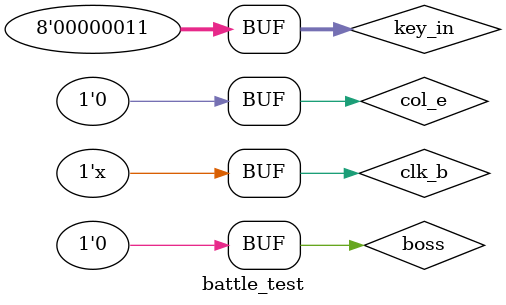
<source format=v>
`timescale 1ns / 1ps


module battle_test;

	// Inputs
	reg clk_b;
	reg col_e;
	reg boss;
	reg [7:0] key_in;

	// Outputs
	wire [6:0] HP_player;
	wire [7:0] HP_enemy;
	wire [2:0] p_attack;
	wire [2:0] e_attack;

	// Instantiate the Unit Under Test (UUT)
	battle_module uut (
		.clk_b(clk_b), 
		.col_e(col_e),
		.boss(boss),
		.key_in(key_in), 
		.HP_player(HP_player), 
		.HP_enemy(HP_enemy), 
		.p_attack(p_attack), 
		.e_attack(e_attack) 
	);
always begin
		#1 clk_b = !clk_b;
		end
	initial begin
		// Initialize Inputs
		clk_b = 0;
		col_e = 0;
		key_in = 2'b11;
		boss = 1'b0;
		// Wait 100 ns for global reset to finish
		#1000;
        
		// Add stimulus here

	end
      
endmodule


</source>
